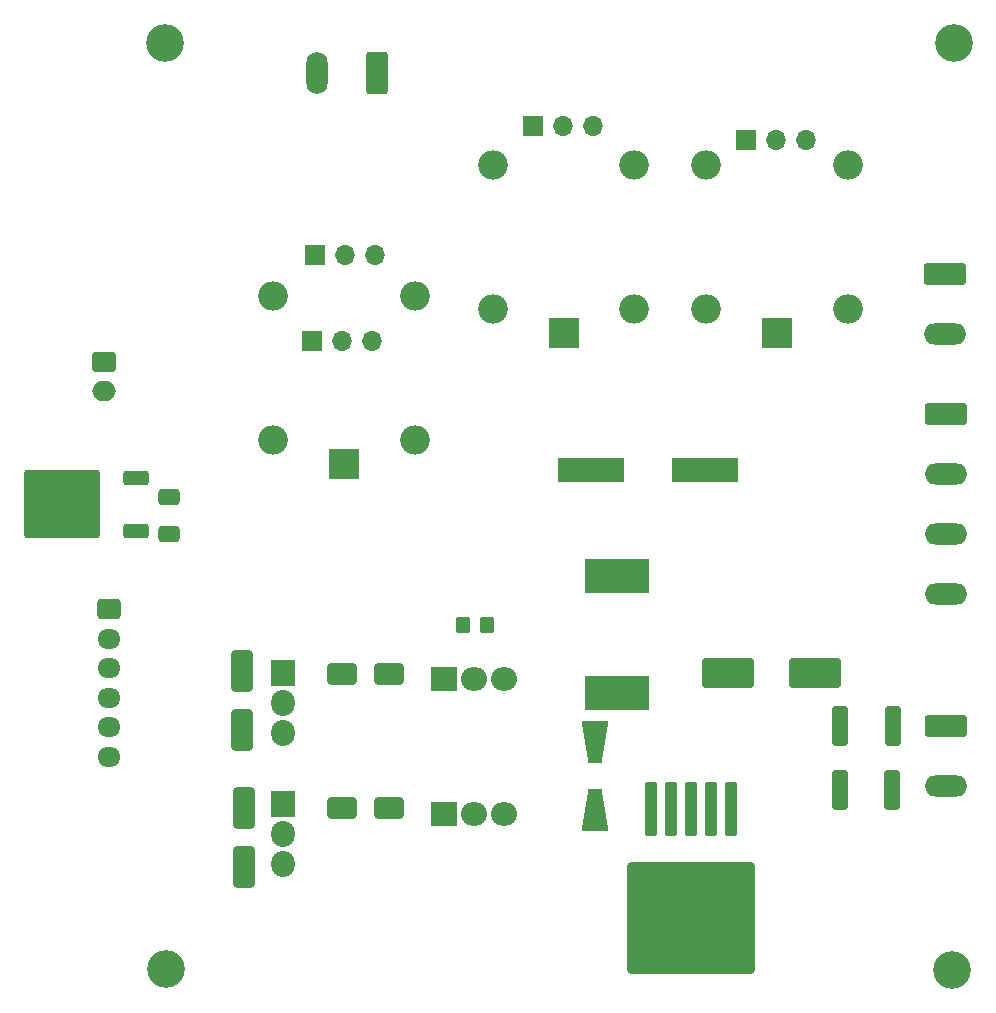
<source format=gbr>
G04 #@! TF.GenerationSoftware,KiCad,Pcbnew,7.0.9*
G04 #@! TF.CreationDate,2024-04-02T14:08:39+05:30*
G04 #@! TF.ProjectId,Chg_Dschg Controller,4368675f-4473-4636-9867-20436f6e7472,rev?*
G04 #@! TF.SameCoordinates,Original*
G04 #@! TF.FileFunction,Soldermask,Top*
G04 #@! TF.FilePolarity,Negative*
%FSLAX45Y45*%
G04 Gerber Fmt 4.5, Leading zero omitted, Abs format (unit mm)*
G04 Created by KiCad (PCBNEW 7.0.9) date 2024-04-02 14:08:39*
%MOMM*%
%LPD*%
G01*
G04 APERTURE LIST*
G04 Aperture macros list*
%AMRoundRect*
0 Rectangle with rounded corners*
0 $1 Rounding radius*
0 $2 $3 $4 $5 $6 $7 $8 $9 X,Y pos of 4 corners*
0 Add a 4 corners polygon primitive as box body*
4,1,4,$2,$3,$4,$5,$6,$7,$8,$9,$2,$3,0*
0 Add four circle primitives for the rounded corners*
1,1,$1+$1,$2,$3*
1,1,$1+$1,$4,$5*
1,1,$1+$1,$6,$7*
1,1,$1+$1,$8,$9*
0 Add four rect primitives between the rounded corners*
20,1,$1+$1,$2,$3,$4,$5,0*
20,1,$1+$1,$4,$5,$6,$7,0*
20,1,$1+$1,$6,$7,$8,$9,0*
20,1,$1+$1,$8,$9,$2,$3,0*%
%AMOutline4P*
0 Free polygon, 4 corners , with rotation*
0 The origin of the aperture is its center*
0 number of corners: always 4*
0 $1 to $8 corner X, Y*
0 $9 Rotation angle, in degrees counterclockwise*
0 create outline with 4 corners*
4,1,4,$1,$2,$3,$4,$5,$6,$7,$8,$1,$2,$9*%
G04 Aperture macros list end*
%ADD10RoundRect,0.250000X1.950000X1.000000X-1.950000X1.000000X-1.950000X-1.000000X1.950000X-1.000000X0*%
%ADD11R,2.200000X2.000000*%
%ADD12O,2.200000X2.000000*%
%ADD13R,2.000000X2.200000*%
%ADD14O,2.000000X2.200000*%
%ADD15C,3.200000*%
%ADD16R,2.500000X2.500000*%
%ADD17O,2.500000X2.500000*%
%ADD18R,5.400000X2.900000*%
%ADD19RoundRect,0.250000X0.400000X1.450000X-0.400000X1.450000X-0.400000X-1.450000X0.400000X-1.450000X0*%
%ADD20RoundRect,0.250000X-1.550000X0.650000X-1.550000X-0.650000X1.550000X-0.650000X1.550000X0.650000X0*%
%ADD21O,3.600000X1.800000*%
%ADD22RoundRect,0.250000X1.000000X0.650000X-1.000000X0.650000X-1.000000X-0.650000X1.000000X-0.650000X0*%
%ADD23RoundRect,0.250000X-0.650000X1.500000X-0.650000X-1.500000X0.650000X-1.500000X0.650000X1.500000X0*%
%ADD24RoundRect,0.250000X-0.750000X0.600000X-0.750000X-0.600000X0.750000X-0.600000X0.750000X0.600000X0*%
%ADD25O,2.000000X1.700000*%
%ADD26R,5.700000X2.000000*%
%ADD27RoundRect,0.250000X-0.300000X2.050000X-0.300000X-2.050000X0.300000X-2.050000X0.300000X2.050000X0*%
%ADD28RoundRect,0.250002X-5.149998X4.449998X-5.149998X-4.449998X5.149998X-4.449998X5.149998X4.449998X0*%
%ADD29RoundRect,0.250000X0.850000X0.350000X-0.850000X0.350000X-0.850000X-0.350000X0.850000X-0.350000X0*%
%ADD30RoundRect,0.249997X2.950003X2.650003X-2.950003X2.650003X-2.950003X-2.650003X2.950003X-2.650003X0*%
%ADD31RoundRect,0.250000X0.650000X1.550000X-0.650000X1.550000X-0.650000X-1.550000X0.650000X-1.550000X0*%
%ADD32O,1.800000X3.600000*%
%ADD33RoundRect,0.250000X0.350000X0.450000X-0.350000X0.450000X-0.350000X-0.450000X0.350000X-0.450000X0*%
%ADD34RoundRect,0.250000X0.650000X-0.412500X0.650000X0.412500X-0.650000X0.412500X-0.650000X-0.412500X0*%
%ADD35RoundRect,0.250000X-0.725000X0.600000X-0.725000X-0.600000X0.725000X-0.600000X0.725000X0.600000X0*%
%ADD36O,1.950000X1.700000*%
%ADD37Outline4P,-1.800000X-1.150000X1.800000X-0.550000X1.800000X0.550000X-1.800000X1.150000X270.000000*%
%ADD38Outline4P,-1.800000X-1.150000X1.800000X-0.550000X1.800000X0.550000X-1.800000X1.150000X90.000000*%
%ADD39R,1.700000X1.700000*%
%ADD40O,1.700000X1.700000*%
G04 APERTURE END LIST*
D10*
G04 #@! TO.C,C1*
X9625000Y-8250000D03*
X10365000Y-8250000D03*
G04 #@! TD*
D11*
G04 #@! TO.C,Q2*
X7221000Y-8294500D03*
D12*
X7475000Y-8294500D03*
X7729000Y-8294500D03*
G04 #@! TD*
D11*
G04 #@! TO.C,Q3*
X7226000Y-9439500D03*
D12*
X7480000Y-9439500D03*
X7734000Y-9439500D03*
G04 #@! TD*
D13*
G04 #@! TO.C,Q1*
X5855500Y-9356000D03*
D14*
X5855500Y-9610000D03*
X5855500Y-9864000D03*
G04 #@! TD*
D13*
G04 #@! TO.C,Q5*
X5855500Y-8246000D03*
D14*
X5855500Y-8500000D03*
X5855500Y-8754000D03*
G04 #@! TD*
D15*
G04 #@! TO.C,H1*
X4856300Y-2915000D03*
G04 #@! TD*
D16*
G04 #@! TO.C,K2*
X10040000Y-5367750D03*
D17*
X10640000Y-5167750D03*
X10640000Y-3947750D03*
X9440000Y-3947750D03*
X9440000Y-5167750D03*
G04 #@! TD*
D18*
G04 #@! TO.C,L1*
X8685000Y-8420000D03*
X8685000Y-7430000D03*
G04 #@! TD*
D19*
G04 #@! TO.C,F2*
X11017500Y-9240000D03*
X10572500Y-9240000D03*
G04 #@! TD*
D20*
G04 #@! TO.C,J4*
X11470750Y-8692750D03*
D21*
X11470750Y-9200750D03*
G04 #@! TD*
D22*
G04 #@! TO.C,D6*
X6760000Y-8255000D03*
X6360000Y-8255000D03*
G04 #@! TD*
D20*
G04 #@! TO.C,J3*
X11460750Y-4872750D03*
D21*
X11460750Y-5380750D03*
G04 #@! TD*
D15*
G04 #@! TO.C,H2*
X11536600Y-2915000D03*
G04 #@! TD*
G04 #@! TO.C,H4*
X11525000Y-10761660D03*
G04 #@! TD*
D23*
G04 #@! TO.C,D10*
X5525000Y-9390000D03*
X5525000Y-9890000D03*
G04 #@! TD*
D24*
G04 #@! TO.C,J2*
X4340000Y-5610000D03*
D25*
X4340000Y-5860000D03*
G04 #@! TD*
D19*
G04 #@! TO.C,F1*
X11020000Y-8700000D03*
X10575000Y-8700000D03*
G04 #@! TD*
D26*
G04 #@! TO.C,C2*
X8465000Y-6530000D03*
X9435000Y-6530000D03*
G04 #@! TD*
D20*
G04 #@! TO.C,J10*
X11470000Y-6055000D03*
D21*
X11470000Y-6563000D03*
X11470000Y-7071000D03*
X11470000Y-7579000D03*
G04 #@! TD*
D22*
G04 #@! TO.C,D5*
X6760000Y-9390000D03*
X6360000Y-9390000D03*
G04 #@! TD*
D27*
G04 #@! TO.C,U2*
X9652500Y-9402500D03*
X9482500Y-9402500D03*
X9312500Y-9402500D03*
D28*
X9312500Y-10317500D03*
D27*
X9142500Y-9402500D03*
X8972500Y-9402500D03*
G04 #@! TD*
D29*
G04 #@! TO.C,U3*
X4614000Y-7048000D03*
D30*
X3984000Y-6820000D03*
D29*
X4614000Y-6592000D03*
G04 #@! TD*
D16*
G04 #@! TO.C,K1*
X6375000Y-6477750D03*
D17*
X6975000Y-6277750D03*
X6975000Y-5057750D03*
X5775000Y-5057750D03*
X5775000Y-6277750D03*
G04 #@! TD*
D31*
G04 #@! TO.C,J5*
X6652250Y-3169250D03*
D32*
X6144250Y-3169250D03*
G04 #@! TD*
D33*
G04 #@! TO.C,R4*
X7585000Y-7840000D03*
X7385000Y-7840000D03*
G04 #@! TD*
D23*
G04 #@! TO.C,D11*
X5515000Y-8230000D03*
X5515000Y-8730000D03*
G04 #@! TD*
D34*
G04 #@! TO.C,C3*
X4890000Y-7066250D03*
X4890000Y-6753750D03*
G04 #@! TD*
D35*
G04 #@! TO.C,J1*
X4383900Y-7705200D03*
D36*
X4383900Y-7955200D03*
X4383900Y-8205200D03*
X4383900Y-8455200D03*
X4383900Y-8705200D03*
X4383900Y-8955200D03*
G04 #@! TD*
D15*
G04 #@! TO.C,H3*
X4870000Y-10750000D03*
G04 #@! TD*
D16*
G04 #@! TO.C,K3*
X8235000Y-5367750D03*
D17*
X8835000Y-5167750D03*
X8835000Y-3947750D03*
X7635000Y-3947750D03*
X7635000Y-5167750D03*
G04 #@! TD*
D37*
G04 #@! TO.C,D2*
X8505000Y-8830000D03*
D38*
X8505000Y-9410000D03*
G04 #@! TD*
D39*
G04 #@! TO.C,J6*
X6132500Y-4710000D03*
D40*
X6386500Y-4710000D03*
X6640500Y-4710000D03*
G04 #@! TD*
D39*
G04 #@! TO.C,J7*
X6102500Y-5435000D03*
D40*
X6356500Y-5435000D03*
X6610500Y-5435000D03*
G04 #@! TD*
D39*
G04 #@! TO.C,J8*
X9782500Y-3735000D03*
D40*
X10036500Y-3735000D03*
X10290500Y-3735000D03*
G04 #@! TD*
D39*
G04 #@! TO.C,J9*
X7975000Y-3620000D03*
D40*
X8229000Y-3620000D03*
X8483000Y-3620000D03*
G04 #@! TD*
M02*

</source>
